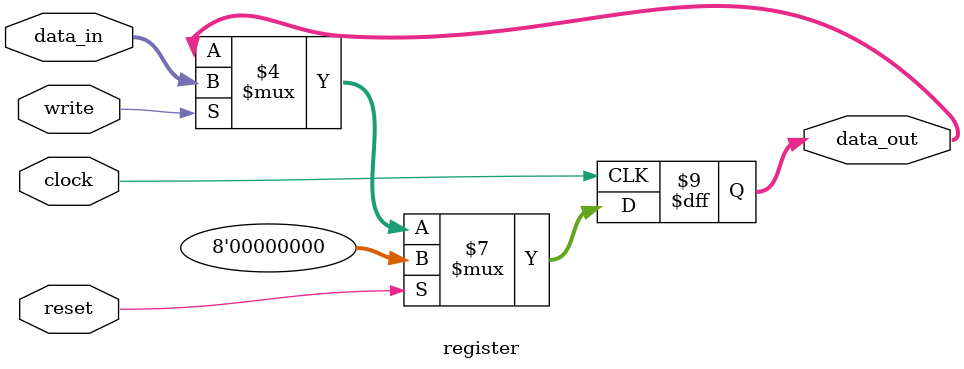
<source format=v>
module register(
    input wire clock,
    input wire reset,
    input wire write,
    input wire [7:0] data_in,
    output reg [7:0] data_out);

    always @(posedge clock) begin
        if (reset == 1'b1) begin
            data_out <= 8'h0;
        end else if (write == 1'b1) begin
            data_out <= data_in;
        end
    end

endmodule

</source>
